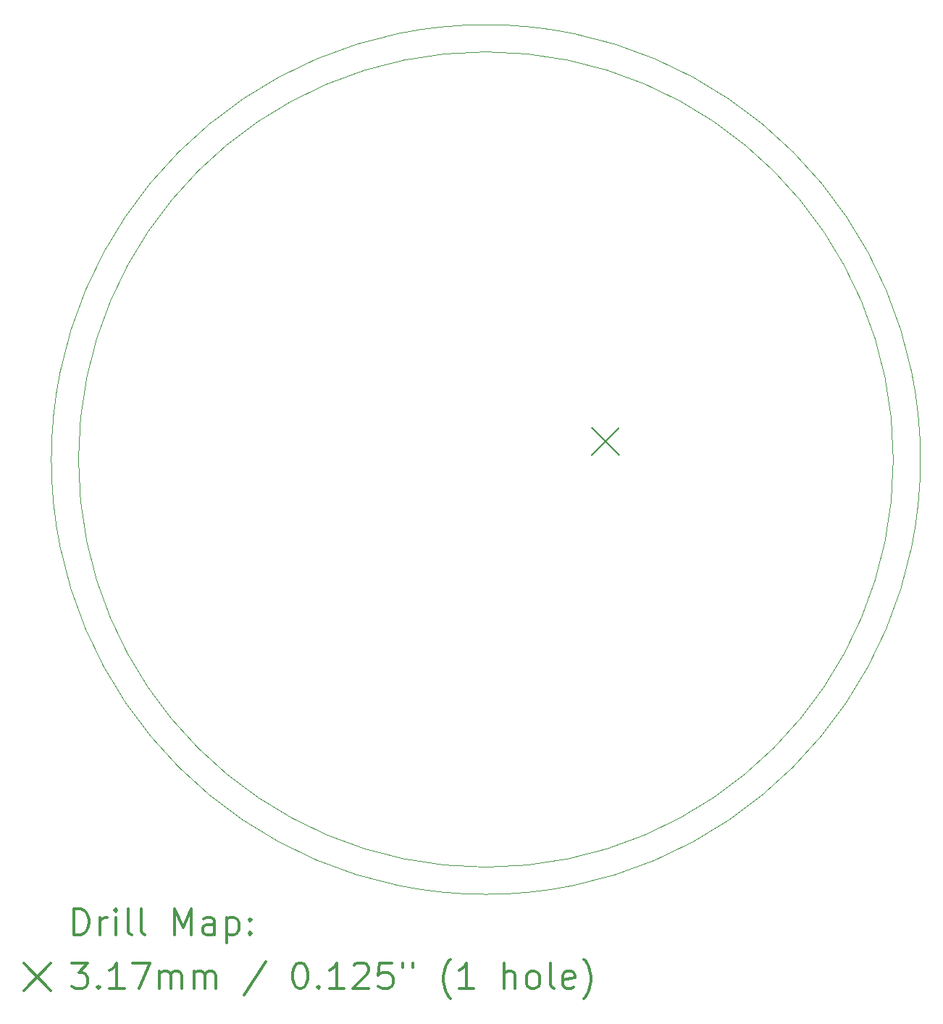
<source format=gbr>
%FSLAX45Y45*%
G04 Gerber Fmt 4.5, Leading zero omitted, Abs format (unit mm)*
G04 Created by KiCad (PCBNEW 4.0.0-rc1-stable) date 4/24/2016 3:56:28 PM*
%MOMM*%
G01*
G04 APERTURE LIST*
%ADD10C,0.127000*%
%ADD11C,0.100000*%
%ADD12C,0.200000*%
%ADD13C,0.300000*%
G04 APERTURE END LIST*
D10*
D11*
X20320000Y-10160000D02*
G75*
G03X20320000Y-10160000I-5080000J0D01*
G01*
X20002500Y-10160000D02*
G75*
G03X20002500Y-10160000I-4762500J0D01*
G01*
D12*
X16478250Y-9787890D02*
X16795750Y-10105390D01*
X16795750Y-9787890D02*
X16478250Y-10105390D01*
D13*
X10426429Y-15710714D02*
X10426429Y-15410714D01*
X10497857Y-15410714D01*
X10540714Y-15425000D01*
X10569286Y-15453571D01*
X10583571Y-15482143D01*
X10597857Y-15539286D01*
X10597857Y-15582143D01*
X10583571Y-15639286D01*
X10569286Y-15667857D01*
X10540714Y-15696429D01*
X10497857Y-15710714D01*
X10426429Y-15710714D01*
X10726429Y-15710714D02*
X10726429Y-15510714D01*
X10726429Y-15567857D02*
X10740714Y-15539286D01*
X10755000Y-15525000D01*
X10783571Y-15510714D01*
X10812143Y-15510714D01*
X10912143Y-15710714D02*
X10912143Y-15510714D01*
X10912143Y-15410714D02*
X10897857Y-15425000D01*
X10912143Y-15439286D01*
X10926429Y-15425000D01*
X10912143Y-15410714D01*
X10912143Y-15439286D01*
X11097857Y-15710714D02*
X11069286Y-15696429D01*
X11055000Y-15667857D01*
X11055000Y-15410714D01*
X11255000Y-15710714D02*
X11226428Y-15696429D01*
X11212143Y-15667857D01*
X11212143Y-15410714D01*
X11597857Y-15710714D02*
X11597857Y-15410714D01*
X11697857Y-15625000D01*
X11797857Y-15410714D01*
X11797857Y-15710714D01*
X12069286Y-15710714D02*
X12069286Y-15553571D01*
X12055000Y-15525000D01*
X12026428Y-15510714D01*
X11969286Y-15510714D01*
X11940714Y-15525000D01*
X12069286Y-15696429D02*
X12040714Y-15710714D01*
X11969286Y-15710714D01*
X11940714Y-15696429D01*
X11926428Y-15667857D01*
X11926428Y-15639286D01*
X11940714Y-15610714D01*
X11969286Y-15596429D01*
X12040714Y-15596429D01*
X12069286Y-15582143D01*
X12212143Y-15510714D02*
X12212143Y-15810714D01*
X12212143Y-15525000D02*
X12240714Y-15510714D01*
X12297857Y-15510714D01*
X12326428Y-15525000D01*
X12340714Y-15539286D01*
X12355000Y-15567857D01*
X12355000Y-15653571D01*
X12340714Y-15682143D01*
X12326428Y-15696429D01*
X12297857Y-15710714D01*
X12240714Y-15710714D01*
X12212143Y-15696429D01*
X12483571Y-15682143D02*
X12497857Y-15696429D01*
X12483571Y-15710714D01*
X12469286Y-15696429D01*
X12483571Y-15682143D01*
X12483571Y-15710714D01*
X12483571Y-15525000D02*
X12497857Y-15539286D01*
X12483571Y-15553571D01*
X12469286Y-15539286D01*
X12483571Y-15525000D01*
X12483571Y-15553571D01*
X9837500Y-16046250D02*
X10155000Y-16363750D01*
X10155000Y-16046250D02*
X9837500Y-16363750D01*
X10397857Y-16040714D02*
X10583571Y-16040714D01*
X10483571Y-16155000D01*
X10526429Y-16155000D01*
X10555000Y-16169286D01*
X10569286Y-16183571D01*
X10583571Y-16212143D01*
X10583571Y-16283571D01*
X10569286Y-16312143D01*
X10555000Y-16326429D01*
X10526429Y-16340714D01*
X10440714Y-16340714D01*
X10412143Y-16326429D01*
X10397857Y-16312143D01*
X10712143Y-16312143D02*
X10726429Y-16326429D01*
X10712143Y-16340714D01*
X10697857Y-16326429D01*
X10712143Y-16312143D01*
X10712143Y-16340714D01*
X11012143Y-16340714D02*
X10840714Y-16340714D01*
X10926428Y-16340714D02*
X10926428Y-16040714D01*
X10897857Y-16083571D01*
X10869286Y-16112143D01*
X10840714Y-16126429D01*
X11112143Y-16040714D02*
X11312143Y-16040714D01*
X11183571Y-16340714D01*
X11426428Y-16340714D02*
X11426428Y-16140714D01*
X11426428Y-16169286D02*
X11440714Y-16155000D01*
X11469286Y-16140714D01*
X11512143Y-16140714D01*
X11540714Y-16155000D01*
X11555000Y-16183571D01*
X11555000Y-16340714D01*
X11555000Y-16183571D02*
X11569286Y-16155000D01*
X11597857Y-16140714D01*
X11640714Y-16140714D01*
X11669286Y-16155000D01*
X11683571Y-16183571D01*
X11683571Y-16340714D01*
X11826428Y-16340714D02*
X11826428Y-16140714D01*
X11826428Y-16169286D02*
X11840714Y-16155000D01*
X11869286Y-16140714D01*
X11912143Y-16140714D01*
X11940714Y-16155000D01*
X11955000Y-16183571D01*
X11955000Y-16340714D01*
X11955000Y-16183571D02*
X11969286Y-16155000D01*
X11997857Y-16140714D01*
X12040714Y-16140714D01*
X12069286Y-16155000D01*
X12083571Y-16183571D01*
X12083571Y-16340714D01*
X12669286Y-16026429D02*
X12412143Y-16412143D01*
X13055000Y-16040714D02*
X13083571Y-16040714D01*
X13112143Y-16055000D01*
X13126428Y-16069286D01*
X13140714Y-16097857D01*
X13155000Y-16155000D01*
X13155000Y-16226429D01*
X13140714Y-16283571D01*
X13126428Y-16312143D01*
X13112143Y-16326429D01*
X13083571Y-16340714D01*
X13055000Y-16340714D01*
X13026428Y-16326429D01*
X13012143Y-16312143D01*
X12997857Y-16283571D01*
X12983571Y-16226429D01*
X12983571Y-16155000D01*
X12997857Y-16097857D01*
X13012143Y-16069286D01*
X13026428Y-16055000D01*
X13055000Y-16040714D01*
X13283571Y-16312143D02*
X13297857Y-16326429D01*
X13283571Y-16340714D01*
X13269286Y-16326429D01*
X13283571Y-16312143D01*
X13283571Y-16340714D01*
X13583571Y-16340714D02*
X13412143Y-16340714D01*
X13497857Y-16340714D02*
X13497857Y-16040714D01*
X13469285Y-16083571D01*
X13440714Y-16112143D01*
X13412143Y-16126429D01*
X13697857Y-16069286D02*
X13712143Y-16055000D01*
X13740714Y-16040714D01*
X13812143Y-16040714D01*
X13840714Y-16055000D01*
X13855000Y-16069286D01*
X13869285Y-16097857D01*
X13869285Y-16126429D01*
X13855000Y-16169286D01*
X13683571Y-16340714D01*
X13869285Y-16340714D01*
X14140714Y-16040714D02*
X13997857Y-16040714D01*
X13983571Y-16183571D01*
X13997857Y-16169286D01*
X14026428Y-16155000D01*
X14097857Y-16155000D01*
X14126428Y-16169286D01*
X14140714Y-16183571D01*
X14155000Y-16212143D01*
X14155000Y-16283571D01*
X14140714Y-16312143D01*
X14126428Y-16326429D01*
X14097857Y-16340714D01*
X14026428Y-16340714D01*
X13997857Y-16326429D01*
X13983571Y-16312143D01*
X14269286Y-16040714D02*
X14269286Y-16097857D01*
X14383571Y-16040714D02*
X14383571Y-16097857D01*
X14826428Y-16455000D02*
X14812143Y-16440714D01*
X14783571Y-16397857D01*
X14769285Y-16369286D01*
X14755000Y-16326429D01*
X14740714Y-16255000D01*
X14740714Y-16197857D01*
X14755000Y-16126429D01*
X14769285Y-16083571D01*
X14783571Y-16055000D01*
X14812143Y-16012143D01*
X14826428Y-15997857D01*
X15097857Y-16340714D02*
X14926428Y-16340714D01*
X15012143Y-16340714D02*
X15012143Y-16040714D01*
X14983571Y-16083571D01*
X14955000Y-16112143D01*
X14926428Y-16126429D01*
X15455000Y-16340714D02*
X15455000Y-16040714D01*
X15583571Y-16340714D02*
X15583571Y-16183571D01*
X15569285Y-16155000D01*
X15540714Y-16140714D01*
X15497857Y-16140714D01*
X15469285Y-16155000D01*
X15455000Y-16169286D01*
X15769285Y-16340714D02*
X15740714Y-16326429D01*
X15726428Y-16312143D01*
X15712143Y-16283571D01*
X15712143Y-16197857D01*
X15726428Y-16169286D01*
X15740714Y-16155000D01*
X15769285Y-16140714D01*
X15812143Y-16140714D01*
X15840714Y-16155000D01*
X15855000Y-16169286D01*
X15869285Y-16197857D01*
X15869285Y-16283571D01*
X15855000Y-16312143D01*
X15840714Y-16326429D01*
X15812143Y-16340714D01*
X15769285Y-16340714D01*
X16040714Y-16340714D02*
X16012143Y-16326429D01*
X15997857Y-16297857D01*
X15997857Y-16040714D01*
X16269286Y-16326429D02*
X16240714Y-16340714D01*
X16183571Y-16340714D01*
X16155000Y-16326429D01*
X16140714Y-16297857D01*
X16140714Y-16183571D01*
X16155000Y-16155000D01*
X16183571Y-16140714D01*
X16240714Y-16140714D01*
X16269286Y-16155000D01*
X16283571Y-16183571D01*
X16283571Y-16212143D01*
X16140714Y-16240714D01*
X16383571Y-16455000D02*
X16397857Y-16440714D01*
X16426428Y-16397857D01*
X16440714Y-16369286D01*
X16455000Y-16326429D01*
X16469286Y-16255000D01*
X16469286Y-16197857D01*
X16455000Y-16126429D01*
X16440714Y-16083571D01*
X16426428Y-16055000D01*
X16397857Y-16012143D01*
X16383571Y-15997857D01*
M02*

</source>
